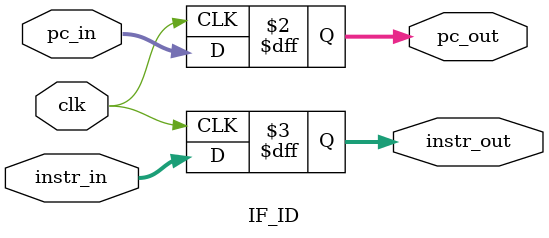
<source format=v>
`timescale 1ns / 1ps


module IF_ID(clk, pc_in, instr_in, pc_out, instr_out);

//initialize inputs
input clk;
input [7:0] pc_in;
input [31:0] instr_in;

//initialize outputs
output reg [7:0] pc_out;
output reg [31:0] instr_out;

always@(posedge clk)
begin //assigning inputs to outputs
    pc_out = pc_in;
    instr_out = instr_in;
end
endmodule
</source>
